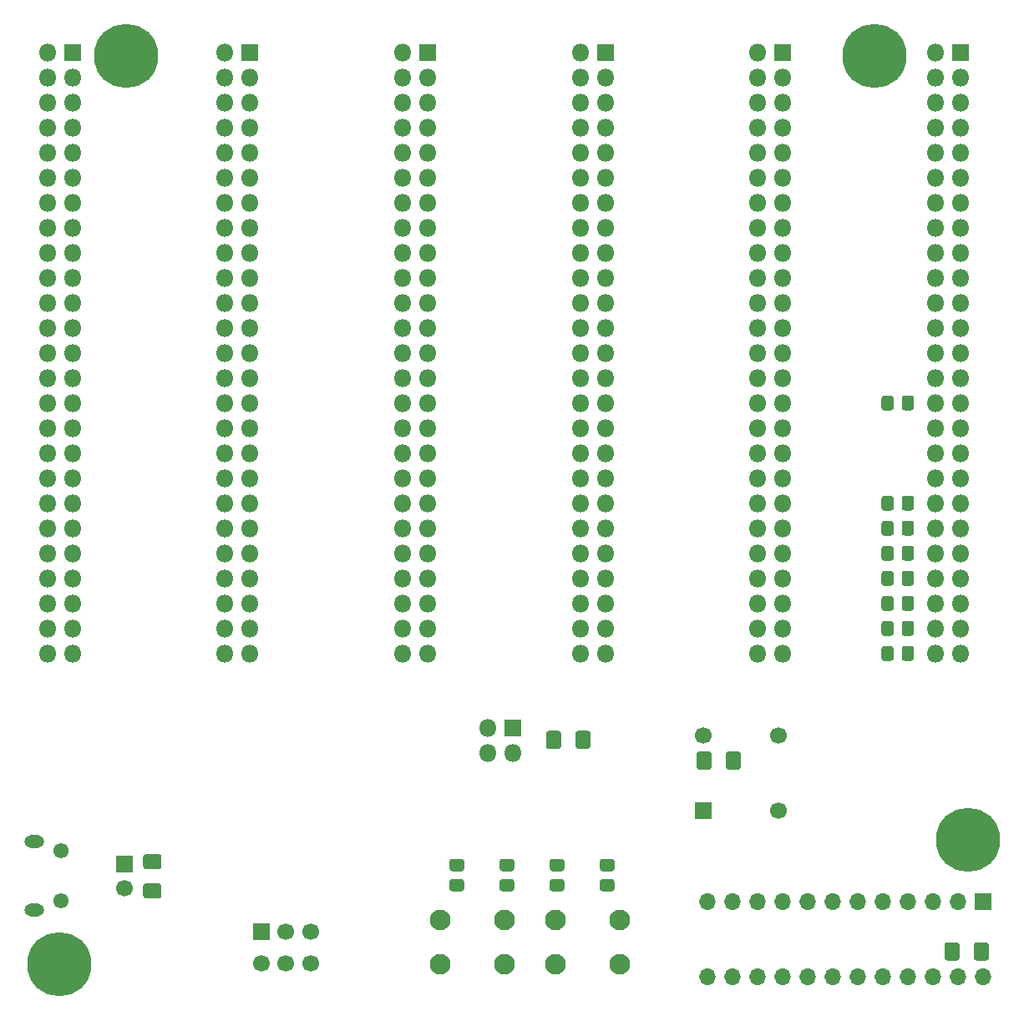
<source format=gbr>
G04 #@! TF.GenerationSoftware,KiCad,Pcbnew,(5.1.6-0-10_14)*
G04 #@! TF.CreationDate,2021-03-04T13:25:14+01:00*
G04 #@! TF.ProjectId,backplane,6261636b-706c-4616-9e65-2e6b69636164,rev?*
G04 #@! TF.SameCoordinates,Original*
G04 #@! TF.FileFunction,Soldermask,Bot*
G04 #@! TF.FilePolarity,Negative*
%FSLAX46Y46*%
G04 Gerber Fmt 4.6, Leading zero omitted, Abs format (unit mm)*
G04 Created by KiCad (PCBNEW (5.1.6-0-10_14)) date 2021-03-04 13:25:14*
%MOMM*%
%LPD*%
G01*
G04 APERTURE LIST*
%ADD10C,6.500000*%
%ADD11O,1.800000X1.800000*%
%ADD12R,1.800000X1.800000*%
%ADD13C,1.700000*%
%ADD14R,1.700000X1.700000*%
%ADD15O,2.000000X1.300000*%
%ADD16C,1.550000*%
%ADD17O,1.700000X1.700000*%
%ADD18C,2.100000*%
G04 APERTURE END LIST*
D10*
G04 #@! TO.C,H4*
X96139000Y-83312000D03*
G04 #@! TD*
G04 #@! TO.C,H3*
X10795000Y-3810000D03*
G04 #@! TD*
G04 #@! TO.C,H2*
X4064000Y-95948500D03*
G04 #@! TD*
G04 #@! TO.C,H1*
X86677500Y-3810000D03*
G04 #@! TD*
D11*
G04 #@! TO.C,J2*
X47434500Y-74485500D03*
X47434500Y-71945500D03*
X49974500Y-74485500D03*
D12*
X49974500Y-71945500D03*
G04 #@! TD*
G04 #@! TO.C,C2*
G36*
G01*
X12804544Y-87720000D02*
X14119456Y-87720000D01*
G75*
G02*
X14387000Y-87987544I0J-267544D01*
G01*
X14387000Y-88977456D01*
G75*
G02*
X14119456Y-89245000I-267544J0D01*
G01*
X12804544Y-89245000D01*
G75*
G02*
X12537000Y-88977456I0J267544D01*
G01*
X12537000Y-87987544D01*
G75*
G02*
X12804544Y-87720000I267544J0D01*
G01*
G37*
G36*
G01*
X12804544Y-84745000D02*
X14119456Y-84745000D01*
G75*
G02*
X14387000Y-85012544I0J-267544D01*
G01*
X14387000Y-86002456D01*
G75*
G02*
X14119456Y-86270000I-267544J0D01*
G01*
X12804544Y-86270000D01*
G75*
G02*
X12537000Y-86002456I0J267544D01*
G01*
X12537000Y-85012544D01*
G75*
G02*
X12804544Y-84745000I267544J0D01*
G01*
G37*
G04 #@! TD*
G04 #@! TO.C,C5*
G36*
G01*
X56351000Y-73809456D02*
X56351000Y-72494544D01*
G75*
G02*
X56618544Y-72227000I267544J0D01*
G01*
X57608456Y-72227000D01*
G75*
G02*
X57876000Y-72494544I0J-267544D01*
G01*
X57876000Y-73809456D01*
G75*
G02*
X57608456Y-74077000I-267544J0D01*
G01*
X56618544Y-74077000D01*
G75*
G02*
X56351000Y-73809456I0J267544D01*
G01*
G37*
G36*
G01*
X53376000Y-73809456D02*
X53376000Y-72494544D01*
G75*
G02*
X53643544Y-72227000I267544J0D01*
G01*
X54633456Y-72227000D01*
G75*
G02*
X54901000Y-72494544I0J-267544D01*
G01*
X54901000Y-73809456D01*
G75*
G02*
X54633456Y-74077000I-267544J0D01*
G01*
X53643544Y-74077000D01*
G75*
G02*
X53376000Y-73809456I0J267544D01*
G01*
G37*
G04 #@! TD*
D13*
G04 #@! TO.C,X1*
X76962000Y-80327500D03*
X76962000Y-72707500D03*
X69342000Y-72707500D03*
D14*
X69342000Y-80327500D03*
G04 #@! TD*
G04 #@! TO.C,C4*
G36*
G01*
X71591000Y-75904956D02*
X71591000Y-74590044D01*
G75*
G02*
X71858544Y-74322500I267544J0D01*
G01*
X72848456Y-74322500D01*
G75*
G02*
X73116000Y-74590044I0J-267544D01*
G01*
X73116000Y-75904956D01*
G75*
G02*
X72848456Y-76172500I-267544J0D01*
G01*
X71858544Y-76172500D01*
G75*
G02*
X71591000Y-75904956I0J267544D01*
G01*
G37*
G36*
G01*
X68616000Y-75904956D02*
X68616000Y-74590044D01*
G75*
G02*
X68883544Y-74322500I267544J0D01*
G01*
X69873456Y-74322500D01*
G75*
G02*
X70141000Y-74590044I0J-267544D01*
G01*
X70141000Y-75904956D01*
G75*
G02*
X69873456Y-76172500I-267544J0D01*
G01*
X68883544Y-76172500D01*
G75*
G02*
X68616000Y-75904956I0J267544D01*
G01*
G37*
G04 #@! TD*
D15*
G04 #@! TO.C,J1*
X1493000Y-90431500D03*
X1493000Y-83431500D03*
D16*
X4193000Y-89431500D03*
X4193000Y-84431500D03*
G04 #@! TD*
G04 #@! TO.C,R14*
G36*
G01*
X89427000Y-39467262D02*
X89427000Y-38510738D01*
G75*
G02*
X89698738Y-38239000I271738J0D01*
G01*
X90405262Y-38239000D01*
G75*
G02*
X90677000Y-38510738I0J-271738D01*
G01*
X90677000Y-39467262D01*
G75*
G02*
X90405262Y-39739000I-271738J0D01*
G01*
X89698738Y-39739000D01*
G75*
G02*
X89427000Y-39467262I0J271738D01*
G01*
G37*
G36*
G01*
X87377000Y-39467262D02*
X87377000Y-38510738D01*
G75*
G02*
X87648738Y-38239000I271738J0D01*
G01*
X88355262Y-38239000D01*
G75*
G02*
X88627000Y-38510738I0J-271738D01*
G01*
X88627000Y-39467262D01*
G75*
G02*
X88355262Y-39739000I-271738J0D01*
G01*
X87648738Y-39739000D01*
G75*
G02*
X87377000Y-39467262I0J271738D01*
G01*
G37*
G04 #@! TD*
D17*
G04 #@! TO.C,U4*
X97663000Y-97155000D03*
X69723000Y-89535000D03*
X95123000Y-97155000D03*
X72263000Y-89535000D03*
X92583000Y-97155000D03*
X74803000Y-89535000D03*
X90043000Y-97155000D03*
X77343000Y-89535000D03*
X87503000Y-97155000D03*
X79883000Y-89535000D03*
X84963000Y-97155000D03*
X82423000Y-89535000D03*
X82423000Y-97155000D03*
X84963000Y-89535000D03*
X79883000Y-97155000D03*
X87503000Y-89535000D03*
X77343000Y-97155000D03*
X90043000Y-89535000D03*
X74803000Y-97155000D03*
X92583000Y-89535000D03*
X72263000Y-97155000D03*
X95123000Y-89535000D03*
X69723000Y-97155000D03*
D14*
X97663000Y-89535000D03*
G04 #@! TD*
G04 #@! TO.C,C14*
G36*
G01*
X95287000Y-93957544D02*
X95287000Y-95272456D01*
G75*
G02*
X95019456Y-95540000I-267544J0D01*
G01*
X94029544Y-95540000D01*
G75*
G02*
X93762000Y-95272456I0J267544D01*
G01*
X93762000Y-93957544D01*
G75*
G02*
X94029544Y-93690000I267544J0D01*
G01*
X95019456Y-93690000D01*
G75*
G02*
X95287000Y-93957544I0J-267544D01*
G01*
G37*
G36*
G01*
X98262000Y-93957544D02*
X98262000Y-95272456D01*
G75*
G02*
X97994456Y-95540000I-267544J0D01*
G01*
X97004544Y-95540000D01*
G75*
G02*
X96737000Y-95272456I0J267544D01*
G01*
X96737000Y-93957544D01*
G75*
G02*
X97004544Y-93690000I267544J0D01*
G01*
X97994456Y-93690000D01*
G75*
G02*
X98262000Y-93957544I0J-267544D01*
G01*
G37*
G04 #@! TD*
G04 #@! TO.C,R13*
G36*
G01*
X59084738Y-87268000D02*
X60041262Y-87268000D01*
G75*
G02*
X60313000Y-87539738I0J-271738D01*
G01*
X60313000Y-88246262D01*
G75*
G02*
X60041262Y-88518000I-271738J0D01*
G01*
X59084738Y-88518000D01*
G75*
G02*
X58813000Y-88246262I0J271738D01*
G01*
X58813000Y-87539738D01*
G75*
G02*
X59084738Y-87268000I271738J0D01*
G01*
G37*
G36*
G01*
X59084738Y-85218000D02*
X60041262Y-85218000D01*
G75*
G02*
X60313000Y-85489738I0J-271738D01*
G01*
X60313000Y-86196262D01*
G75*
G02*
X60041262Y-86468000I-271738J0D01*
G01*
X59084738Y-86468000D01*
G75*
G02*
X58813000Y-86196262I0J271738D01*
G01*
X58813000Y-85489738D01*
G75*
G02*
X59084738Y-85218000I271738J0D01*
G01*
G37*
G04 #@! TD*
G04 #@! TO.C,R12*
G36*
G01*
X54004738Y-87268000D02*
X54961262Y-87268000D01*
G75*
G02*
X55233000Y-87539738I0J-271738D01*
G01*
X55233000Y-88246262D01*
G75*
G02*
X54961262Y-88518000I-271738J0D01*
G01*
X54004738Y-88518000D01*
G75*
G02*
X53733000Y-88246262I0J271738D01*
G01*
X53733000Y-87539738D01*
G75*
G02*
X54004738Y-87268000I271738J0D01*
G01*
G37*
G36*
G01*
X54004738Y-85218000D02*
X54961262Y-85218000D01*
G75*
G02*
X55233000Y-85489738I0J-271738D01*
G01*
X55233000Y-86196262D01*
G75*
G02*
X54961262Y-86468000I-271738J0D01*
G01*
X54004738Y-86468000D01*
G75*
G02*
X53733000Y-86196262I0J271738D01*
G01*
X53733000Y-85489738D01*
G75*
G02*
X54004738Y-85218000I271738J0D01*
G01*
G37*
G04 #@! TD*
G04 #@! TO.C,R11*
G36*
G01*
X48924738Y-87268000D02*
X49881262Y-87268000D01*
G75*
G02*
X50153000Y-87539738I0J-271738D01*
G01*
X50153000Y-88246262D01*
G75*
G02*
X49881262Y-88518000I-271738J0D01*
G01*
X48924738Y-88518000D01*
G75*
G02*
X48653000Y-88246262I0J271738D01*
G01*
X48653000Y-87539738D01*
G75*
G02*
X48924738Y-87268000I271738J0D01*
G01*
G37*
G36*
G01*
X48924738Y-85218000D02*
X49881262Y-85218000D01*
G75*
G02*
X50153000Y-85489738I0J-271738D01*
G01*
X50153000Y-86196262D01*
G75*
G02*
X49881262Y-86468000I-271738J0D01*
G01*
X48924738Y-86468000D01*
G75*
G02*
X48653000Y-86196262I0J271738D01*
G01*
X48653000Y-85489738D01*
G75*
G02*
X48924738Y-85218000I271738J0D01*
G01*
G37*
G04 #@! TD*
G04 #@! TO.C,R10*
G36*
G01*
X43844738Y-87268000D02*
X44801262Y-87268000D01*
G75*
G02*
X45073000Y-87539738I0J-271738D01*
G01*
X45073000Y-88246262D01*
G75*
G02*
X44801262Y-88518000I-271738J0D01*
G01*
X43844738Y-88518000D01*
G75*
G02*
X43573000Y-88246262I0J271738D01*
G01*
X43573000Y-87539738D01*
G75*
G02*
X43844738Y-87268000I271738J0D01*
G01*
G37*
G36*
G01*
X43844738Y-85218000D02*
X44801262Y-85218000D01*
G75*
G02*
X45073000Y-85489738I0J-271738D01*
G01*
X45073000Y-86196262D01*
G75*
G02*
X44801262Y-86468000I-271738J0D01*
G01*
X43844738Y-86468000D01*
G75*
G02*
X43573000Y-86196262I0J271738D01*
G01*
X43573000Y-85489738D01*
G75*
G02*
X43844738Y-85218000I271738J0D01*
G01*
G37*
G04 #@! TD*
D18*
G04 #@! TO.C,RESET1*
X54333000Y-95885000D03*
X54333000Y-91385000D03*
X60833000Y-95885000D03*
X60833000Y-91385000D03*
G04 #@! TD*
G04 #@! TO.C,NMI1*
X42649000Y-95885000D03*
X42649000Y-91385000D03*
X49149000Y-95885000D03*
X49149000Y-91385000D03*
G04 #@! TD*
D13*
G04 #@! TO.C,C13*
X10668000Y-88225000D03*
D14*
X10668000Y-85725000D03*
G04 #@! TD*
D13*
G04 #@! TO.C,SW1*
X29511000Y-95783000D03*
X27011000Y-95783000D03*
X24511000Y-95783000D03*
X29511000Y-92583000D03*
X27011000Y-92583000D03*
D14*
X24511000Y-92583000D03*
G04 #@! TD*
D11*
G04 #@! TO.C,SLOT5*
X2837000Y-64389000D03*
X5377000Y-64389000D03*
X2837000Y-61849000D03*
X5377000Y-61849000D03*
X2837000Y-59309000D03*
X5377000Y-59309000D03*
X2837000Y-56769000D03*
X5377000Y-56769000D03*
X2837000Y-54229000D03*
X5377000Y-54229000D03*
X2837000Y-51689000D03*
X5377000Y-51689000D03*
X2837000Y-49149000D03*
X5377000Y-49149000D03*
X2837000Y-46609000D03*
X5377000Y-46609000D03*
X2837000Y-44069000D03*
X5377000Y-44069000D03*
X2837000Y-41529000D03*
X5377000Y-41529000D03*
X2837000Y-38989000D03*
X5377000Y-38989000D03*
X2837000Y-36449000D03*
X5377000Y-36449000D03*
X2837000Y-33909000D03*
X5377000Y-33909000D03*
X2837000Y-31369000D03*
X5377000Y-31369000D03*
X2837000Y-28829000D03*
X5377000Y-28829000D03*
X2837000Y-26289000D03*
X5377000Y-26289000D03*
X2837000Y-23749000D03*
X5377000Y-23749000D03*
X2837000Y-21209000D03*
X5377000Y-21209000D03*
X2837000Y-18669000D03*
X5377000Y-18669000D03*
X2837000Y-16129000D03*
X5377000Y-16129000D03*
X2837000Y-13589000D03*
X5377000Y-13589000D03*
X2837000Y-11049000D03*
X5377000Y-11049000D03*
X2837000Y-8509000D03*
X5377000Y-8509000D03*
X2837000Y-5969000D03*
X5377000Y-5969000D03*
X2837000Y-3429000D03*
D12*
X5377000Y-3429000D03*
G04 #@! TD*
D11*
G04 #@! TO.C,SLOT4*
X20837000Y-64389000D03*
X23377000Y-64389000D03*
X20837000Y-61849000D03*
X23377000Y-61849000D03*
X20837000Y-59309000D03*
X23377000Y-59309000D03*
X20837000Y-56769000D03*
X23377000Y-56769000D03*
X20837000Y-54229000D03*
X23377000Y-54229000D03*
X20837000Y-51689000D03*
X23377000Y-51689000D03*
X20837000Y-49149000D03*
X23377000Y-49149000D03*
X20837000Y-46609000D03*
X23377000Y-46609000D03*
X20837000Y-44069000D03*
X23377000Y-44069000D03*
X20837000Y-41529000D03*
X23377000Y-41529000D03*
X20837000Y-38989000D03*
X23377000Y-38989000D03*
X20837000Y-36449000D03*
X23377000Y-36449000D03*
X20837000Y-33909000D03*
X23377000Y-33909000D03*
X20837000Y-31369000D03*
X23377000Y-31369000D03*
X20837000Y-28829000D03*
X23377000Y-28829000D03*
X20837000Y-26289000D03*
X23377000Y-26289000D03*
X20837000Y-23749000D03*
X23377000Y-23749000D03*
X20837000Y-21209000D03*
X23377000Y-21209000D03*
X20837000Y-18669000D03*
X23377000Y-18669000D03*
X20837000Y-16129000D03*
X23377000Y-16129000D03*
X20837000Y-13589000D03*
X23377000Y-13589000D03*
X20837000Y-11049000D03*
X23377000Y-11049000D03*
X20837000Y-8509000D03*
X23377000Y-8509000D03*
X20837000Y-5969000D03*
X23377000Y-5969000D03*
X20837000Y-3429000D03*
D12*
X23377000Y-3429000D03*
G04 #@! TD*
D11*
G04 #@! TO.C,SLOT3*
X38837000Y-64389000D03*
X41377000Y-64389000D03*
X38837000Y-61849000D03*
X41377000Y-61849000D03*
X38837000Y-59309000D03*
X41377000Y-59309000D03*
X38837000Y-56769000D03*
X41377000Y-56769000D03*
X38837000Y-54229000D03*
X41377000Y-54229000D03*
X38837000Y-51689000D03*
X41377000Y-51689000D03*
X38837000Y-49149000D03*
X41377000Y-49149000D03*
X38837000Y-46609000D03*
X41377000Y-46609000D03*
X38837000Y-44069000D03*
X41377000Y-44069000D03*
X38837000Y-41529000D03*
X41377000Y-41529000D03*
X38837000Y-38989000D03*
X41377000Y-38989000D03*
X38837000Y-36449000D03*
X41377000Y-36449000D03*
X38837000Y-33909000D03*
X41377000Y-33909000D03*
X38837000Y-31369000D03*
X41377000Y-31369000D03*
X38837000Y-28829000D03*
X41377000Y-28829000D03*
X38837000Y-26289000D03*
X41377000Y-26289000D03*
X38837000Y-23749000D03*
X41377000Y-23749000D03*
X38837000Y-21209000D03*
X41377000Y-21209000D03*
X38837000Y-18669000D03*
X41377000Y-18669000D03*
X38837000Y-16129000D03*
X41377000Y-16129000D03*
X38837000Y-13589000D03*
X41377000Y-13589000D03*
X38837000Y-11049000D03*
X41377000Y-11049000D03*
X38837000Y-8509000D03*
X41377000Y-8509000D03*
X38837000Y-5969000D03*
X41377000Y-5969000D03*
X38837000Y-3429000D03*
D12*
X41377000Y-3429000D03*
G04 #@! TD*
D11*
G04 #@! TO.C,SLOT2*
X56837000Y-64389000D03*
X59377000Y-64389000D03*
X56837000Y-61849000D03*
X59377000Y-61849000D03*
X56837000Y-59309000D03*
X59377000Y-59309000D03*
X56837000Y-56769000D03*
X59377000Y-56769000D03*
X56837000Y-54229000D03*
X59377000Y-54229000D03*
X56837000Y-51689000D03*
X59377000Y-51689000D03*
X56837000Y-49149000D03*
X59377000Y-49149000D03*
X56837000Y-46609000D03*
X59377000Y-46609000D03*
X56837000Y-44069000D03*
X59377000Y-44069000D03*
X56837000Y-41529000D03*
X59377000Y-41529000D03*
X56837000Y-38989000D03*
X59377000Y-38989000D03*
X56837000Y-36449000D03*
X59377000Y-36449000D03*
X56837000Y-33909000D03*
X59377000Y-33909000D03*
X56837000Y-31369000D03*
X59377000Y-31369000D03*
X56837000Y-28829000D03*
X59377000Y-28829000D03*
X56837000Y-26289000D03*
X59377000Y-26289000D03*
X56837000Y-23749000D03*
X59377000Y-23749000D03*
X56837000Y-21209000D03*
X59377000Y-21209000D03*
X56837000Y-18669000D03*
X59377000Y-18669000D03*
X56837000Y-16129000D03*
X59377000Y-16129000D03*
X56837000Y-13589000D03*
X59377000Y-13589000D03*
X56837000Y-11049000D03*
X59377000Y-11049000D03*
X56837000Y-8509000D03*
X59377000Y-8509000D03*
X56837000Y-5969000D03*
X59377000Y-5969000D03*
X56837000Y-3429000D03*
D12*
X59377000Y-3429000D03*
G04 #@! TD*
D11*
G04 #@! TO.C,SLOT1*
X74837000Y-64389000D03*
X77377000Y-64389000D03*
X74837000Y-61849000D03*
X77377000Y-61849000D03*
X74837000Y-59309000D03*
X77377000Y-59309000D03*
X74837000Y-56769000D03*
X77377000Y-56769000D03*
X74837000Y-54229000D03*
X77377000Y-54229000D03*
X74837000Y-51689000D03*
X77377000Y-51689000D03*
X74837000Y-49149000D03*
X77377000Y-49149000D03*
X74837000Y-46609000D03*
X77377000Y-46609000D03*
X74837000Y-44069000D03*
X77377000Y-44069000D03*
X74837000Y-41529000D03*
X77377000Y-41529000D03*
X74837000Y-38989000D03*
X77377000Y-38989000D03*
X74837000Y-36449000D03*
X77377000Y-36449000D03*
X74837000Y-33909000D03*
X77377000Y-33909000D03*
X74837000Y-31369000D03*
X77377000Y-31369000D03*
X74837000Y-28829000D03*
X77377000Y-28829000D03*
X74837000Y-26289000D03*
X77377000Y-26289000D03*
X74837000Y-23749000D03*
X77377000Y-23749000D03*
X74837000Y-21209000D03*
X77377000Y-21209000D03*
X74837000Y-18669000D03*
X77377000Y-18669000D03*
X74837000Y-16129000D03*
X77377000Y-16129000D03*
X74837000Y-13589000D03*
X77377000Y-13589000D03*
X74837000Y-11049000D03*
X77377000Y-11049000D03*
X74837000Y-8509000D03*
X77377000Y-8509000D03*
X74837000Y-5969000D03*
X77377000Y-5969000D03*
X74837000Y-3429000D03*
D12*
X77377000Y-3429000D03*
G04 #@! TD*
G04 #@! TO.C,R8*
G36*
G01*
X89427000Y-52167262D02*
X89427000Y-51210738D01*
G75*
G02*
X89698738Y-50939000I271738J0D01*
G01*
X90405262Y-50939000D01*
G75*
G02*
X90677000Y-51210738I0J-271738D01*
G01*
X90677000Y-52167262D01*
G75*
G02*
X90405262Y-52439000I-271738J0D01*
G01*
X89698738Y-52439000D01*
G75*
G02*
X89427000Y-52167262I0J271738D01*
G01*
G37*
G36*
G01*
X87377000Y-52167262D02*
X87377000Y-51210738D01*
G75*
G02*
X87648738Y-50939000I271738J0D01*
G01*
X88355262Y-50939000D01*
G75*
G02*
X88627000Y-51210738I0J-271738D01*
G01*
X88627000Y-52167262D01*
G75*
G02*
X88355262Y-52439000I-271738J0D01*
G01*
X87648738Y-52439000D01*
G75*
G02*
X87377000Y-52167262I0J271738D01*
G01*
G37*
G04 #@! TD*
G04 #@! TO.C,R7*
G36*
G01*
X89427000Y-64867262D02*
X89427000Y-63910738D01*
G75*
G02*
X89698738Y-63639000I271738J0D01*
G01*
X90405262Y-63639000D01*
G75*
G02*
X90677000Y-63910738I0J-271738D01*
G01*
X90677000Y-64867262D01*
G75*
G02*
X90405262Y-65139000I-271738J0D01*
G01*
X89698738Y-65139000D01*
G75*
G02*
X89427000Y-64867262I0J271738D01*
G01*
G37*
G36*
G01*
X87377000Y-64867262D02*
X87377000Y-63910738D01*
G75*
G02*
X87648738Y-63639000I271738J0D01*
G01*
X88355262Y-63639000D01*
G75*
G02*
X88627000Y-63910738I0J-271738D01*
G01*
X88627000Y-64867262D01*
G75*
G02*
X88355262Y-65139000I-271738J0D01*
G01*
X87648738Y-65139000D01*
G75*
G02*
X87377000Y-64867262I0J271738D01*
G01*
G37*
G04 #@! TD*
G04 #@! TO.C,R6*
G36*
G01*
X89418000Y-62327262D02*
X89418000Y-61370738D01*
G75*
G02*
X89689738Y-61099000I271738J0D01*
G01*
X90396262Y-61099000D01*
G75*
G02*
X90668000Y-61370738I0J-271738D01*
G01*
X90668000Y-62327262D01*
G75*
G02*
X90396262Y-62599000I-271738J0D01*
G01*
X89689738Y-62599000D01*
G75*
G02*
X89418000Y-62327262I0J271738D01*
G01*
G37*
G36*
G01*
X87368000Y-62327262D02*
X87368000Y-61370738D01*
G75*
G02*
X87639738Y-61099000I271738J0D01*
G01*
X88346262Y-61099000D01*
G75*
G02*
X88618000Y-61370738I0J-271738D01*
G01*
X88618000Y-62327262D01*
G75*
G02*
X88346262Y-62599000I-271738J0D01*
G01*
X87639738Y-62599000D01*
G75*
G02*
X87368000Y-62327262I0J271738D01*
G01*
G37*
G04 #@! TD*
G04 #@! TO.C,R5*
G36*
G01*
X89427000Y-59787262D02*
X89427000Y-58830738D01*
G75*
G02*
X89698738Y-58559000I271738J0D01*
G01*
X90405262Y-58559000D01*
G75*
G02*
X90677000Y-58830738I0J-271738D01*
G01*
X90677000Y-59787262D01*
G75*
G02*
X90405262Y-60059000I-271738J0D01*
G01*
X89698738Y-60059000D01*
G75*
G02*
X89427000Y-59787262I0J271738D01*
G01*
G37*
G36*
G01*
X87377000Y-59787262D02*
X87377000Y-58830738D01*
G75*
G02*
X87648738Y-58559000I271738J0D01*
G01*
X88355262Y-58559000D01*
G75*
G02*
X88627000Y-58830738I0J-271738D01*
G01*
X88627000Y-59787262D01*
G75*
G02*
X88355262Y-60059000I-271738J0D01*
G01*
X87648738Y-60059000D01*
G75*
G02*
X87377000Y-59787262I0J271738D01*
G01*
G37*
G04 #@! TD*
G04 #@! TO.C,R4*
G36*
G01*
X89418000Y-57247262D02*
X89418000Y-56290738D01*
G75*
G02*
X89689738Y-56019000I271738J0D01*
G01*
X90396262Y-56019000D01*
G75*
G02*
X90668000Y-56290738I0J-271738D01*
G01*
X90668000Y-57247262D01*
G75*
G02*
X90396262Y-57519000I-271738J0D01*
G01*
X89689738Y-57519000D01*
G75*
G02*
X89418000Y-57247262I0J271738D01*
G01*
G37*
G36*
G01*
X87368000Y-57247262D02*
X87368000Y-56290738D01*
G75*
G02*
X87639738Y-56019000I271738J0D01*
G01*
X88346262Y-56019000D01*
G75*
G02*
X88618000Y-56290738I0J-271738D01*
G01*
X88618000Y-57247262D01*
G75*
G02*
X88346262Y-57519000I-271738J0D01*
G01*
X87639738Y-57519000D01*
G75*
G02*
X87368000Y-57247262I0J271738D01*
G01*
G37*
G04 #@! TD*
G04 #@! TO.C,R3*
G36*
G01*
X89427000Y-54707262D02*
X89427000Y-53750738D01*
G75*
G02*
X89698738Y-53479000I271738J0D01*
G01*
X90405262Y-53479000D01*
G75*
G02*
X90677000Y-53750738I0J-271738D01*
G01*
X90677000Y-54707262D01*
G75*
G02*
X90405262Y-54979000I-271738J0D01*
G01*
X89698738Y-54979000D01*
G75*
G02*
X89427000Y-54707262I0J271738D01*
G01*
G37*
G36*
G01*
X87377000Y-54707262D02*
X87377000Y-53750738D01*
G75*
G02*
X87648738Y-53479000I271738J0D01*
G01*
X88355262Y-53479000D01*
G75*
G02*
X88627000Y-53750738I0J-271738D01*
G01*
X88627000Y-54707262D01*
G75*
G02*
X88355262Y-54979000I-271738J0D01*
G01*
X87648738Y-54979000D01*
G75*
G02*
X87377000Y-54707262I0J271738D01*
G01*
G37*
G04 #@! TD*
G04 #@! TO.C,R1*
G36*
G01*
X89427000Y-49627262D02*
X89427000Y-48670738D01*
G75*
G02*
X89698738Y-48399000I271738J0D01*
G01*
X90405262Y-48399000D01*
G75*
G02*
X90677000Y-48670738I0J-271738D01*
G01*
X90677000Y-49627262D01*
G75*
G02*
X90405262Y-49899000I-271738J0D01*
G01*
X89698738Y-49899000D01*
G75*
G02*
X89427000Y-49627262I0J271738D01*
G01*
G37*
G36*
G01*
X87377000Y-49627262D02*
X87377000Y-48670738D01*
G75*
G02*
X87648738Y-48399000I271738J0D01*
G01*
X88355262Y-48399000D01*
G75*
G02*
X88627000Y-48670738I0J-271738D01*
G01*
X88627000Y-49627262D01*
G75*
G02*
X88355262Y-49899000I-271738J0D01*
G01*
X87648738Y-49899000D01*
G75*
G02*
X87377000Y-49627262I0J271738D01*
G01*
G37*
G04 #@! TD*
D11*
G04 #@! TO.C,SLOT0*
X92837000Y-64389000D03*
X95377000Y-64389000D03*
X92837000Y-61849000D03*
X95377000Y-61849000D03*
X92837000Y-59309000D03*
X95377000Y-59309000D03*
X92837000Y-56769000D03*
X95377000Y-56769000D03*
X92837000Y-54229000D03*
X95377000Y-54229000D03*
X92837000Y-51689000D03*
X95377000Y-51689000D03*
X92837000Y-49149000D03*
X95377000Y-49149000D03*
X92837000Y-46609000D03*
X95377000Y-46609000D03*
X92837000Y-44069000D03*
X95377000Y-44069000D03*
X92837000Y-41529000D03*
X95377000Y-41529000D03*
X92837000Y-38989000D03*
X95377000Y-38989000D03*
X92837000Y-36449000D03*
X95377000Y-36449000D03*
X92837000Y-33909000D03*
X95377000Y-33909000D03*
X92837000Y-31369000D03*
X95377000Y-31369000D03*
X92837000Y-28829000D03*
X95377000Y-28829000D03*
X92837000Y-26289000D03*
X95377000Y-26289000D03*
X92837000Y-23749000D03*
X95377000Y-23749000D03*
X92837000Y-21209000D03*
X95377000Y-21209000D03*
X92837000Y-18669000D03*
X95377000Y-18669000D03*
X92837000Y-16129000D03*
X95377000Y-16129000D03*
X92837000Y-13589000D03*
X95377000Y-13589000D03*
X92837000Y-11049000D03*
X95377000Y-11049000D03*
X92837000Y-8509000D03*
X95377000Y-8509000D03*
X92837000Y-5969000D03*
X95377000Y-5969000D03*
X92837000Y-3429000D03*
D12*
X95377000Y-3429000D03*
G04 #@! TD*
M02*

</source>
